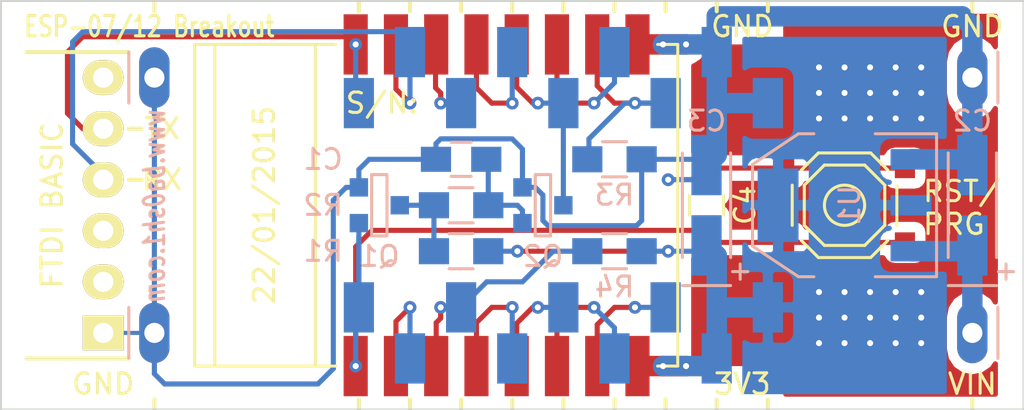
<source format=kicad_pcb>
(kicad_pcb (version 4) (host pcbnew "(2014-12-30 BZR 5343)-product")

  (general
    (links 52)
    (no_connects 0)
    (area 104.854829 118.059999 157.530001 138.480001)
    (thickness 1.6)
    (drawings 43)
    (tracks 249)
    (zones 0)
    (modules 16)
    (nets 23)
  )

  (page A4)
  (layers
    (0 F.Cu signal)
    (31 B.Cu signal)
    (32 B.Adhes user hide)
    (33 F.Adhes user hide)
    (34 B.Paste user hide)
    (35 F.Paste user hide)
    (36 B.SilkS user hide)
    (37 F.SilkS user)
    (38 B.Mask user hide)
    (39 F.Mask user)
    (40 Dwgs.User user hide)
    (41 Cmts.User user hide)
    (42 Eco1.User user hide)
    (43 Eco2.User user hide)
    (44 Edge.Cuts user)
    (45 Margin user hide)
    (46 B.CrtYd user hide)
    (47 F.CrtYd user hide)
    (48 B.Fab user hide)
    (49 F.Fab user hide)
  )

  (setup
    (last_trace_width 0.508)
    (user_trace_width 0.1524)
    (user_trace_width 0.1524)
    (user_trace_width 0.254)
    (user_trace_width 0.381)
    (user_trace_width 0.508)
    (user_trace_width 1.016)
    (user_trace_width 1.27)
    (user_trace_width 1.524)
    (trace_clearance 0.1524)
    (zone_clearance 0.508)
    (zone_45_only no)
    (trace_min 0.1524)
    (segment_width 0.2)
    (edge_width 0.1)
    (via_size 0.635)
    (via_drill 0.3)
    (via_min_size 0.635)
    (via_min_drill 0.3)
    (user_via 0.635 0)
    (user_via 0.7366 0)
    (user_via 0.8382 0)
    (uvia_size 0.508)
    (uvia_drill 0.127)
    (uvias_allowed no)
    (uvia_min_size 0.508)
    (uvia_min_drill 0.127)
    (pcb_text_width 0.3)
    (pcb_text_size 1.5 1.5)
    (mod_edge_width 0.15)
    (mod_text_size 1 1)
    (mod_text_width 0.15)
    (pad_size 1.7272 2.032)
    (pad_drill 1)
    (pad_to_mask_clearance 0.1)
    (aux_axis_origin 106.68 138.43)
    (grid_origin 106.68 138.43)
    (visible_elements 7FFFF729)
    (pcbplotparams
      (layerselection 0x010f0_80000001)
      (usegerberextensions true)
      (excludeedgelayer true)
      (linewidth 0.152400)
      (plotframeref false)
      (viasonmask false)
      (mode 1)
      (useauxorigin true)
      (hpglpennumber 1)
      (hpglpenspeed 20)
      (hpglpendiameter 15)
      (hpglpenoverlay 2)
      (psnegative false)
      (psa4output false)
      (plotreference true)
      (plotvalue true)
      (plotinvisibletext false)
      (padsonsilk false)
      (subtractmaskfromsilk false)
      (outputformat 1)
      (mirror false)
      (drillshape 0)
      (scaleselection 1)
      (outputdirectory gerber))
  )

  (net 0 "")
  (net 1 "Net-(C1-Pad1)")
  (net 2 GND)
  (net 3 +5V)
  (net 4 +3V3)
  (net 5 /CTS)
  (net 6 /V+)
  (net 7 /TXO)
  (net 8 /RXI)
  (net 9 /DTR)
  (net 10 /RESET)
  (net 11 "Net-(Q1-PadD)")
  (net 12 /GPIO0)
  (net 13 "Net-(M1-Pad10)")
  (net 14 "Net-(M1-Pad3)")
  (net 15 "Net-(M1-Pad2)")
  (net 16 "Net-(M1-Pad4)")
  (net 17 "Net-(M1-Pad5)")
  (net 18 "Net-(M1-Pad6)")
  (net 19 "Net-(M1-Pad7)")
  (net 20 "Net-(M1-Pad13)")
  (net 21 "Net-(M1-Pad14)")
  (net 22 "Net-(M1-Pad11)")

  (net_class Default "This is the default net class."
    (clearance 0.1524)
    (trace_width 0.2032)
    (via_dia 0.635)
    (via_drill 0.3)
    (uvia_dia 0.508)
    (uvia_drill 0.127)
    (add_net +3V3)
    (add_net +5V)
    (add_net /CTS)
    (add_net /DTR)
    (add_net /GPIO0)
    (add_net /RESET)
    (add_net /RXI)
    (add_net /TXO)
    (add_net /V+)
    (add_net GND)
    (add_net "Net-(C1-Pad1)")
    (add_net "Net-(M1-Pad10)")
    (add_net "Net-(M1-Pad11)")
    (add_net "Net-(M1-Pad13)")
    (add_net "Net-(M1-Pad14)")
    (add_net "Net-(M1-Pad2)")
    (add_net "Net-(M1-Pad3)")
    (add_net "Net-(M1-Pad4)")
    (add_net "Net-(M1-Pad5)")
    (add_net "Net-(M1-Pad6)")
    (add_net "Net-(M1-Pad7)")
    (add_net "Net-(Q1-PadD)")
  )

  (module Capacitors_Tantalum_SMD:TantalC_SizeA_EIA-3216_HandSoldering (layer B.Cu) (tedit 54B2028E) (tstamp 54AD520E)
    (at 154.94 128.27 90)
    (descr "Tantal Cap. , Size A, EIA-3216, Hand Soldering,")
    (tags "Tantal Cap. , Size A, EIA-3216, Hand Soldering,")
    (path /54AD50D3)
    (attr smd)
    (fp_text reference C2 (at 4.191 0 180) (layer B.SilkS)
      (effects (font (size 1 1) (thickness 0.15)) (justify mirror))
    )
    (fp_text value 4u7 (at 0 0 90) (layer B.SilkS) hide
      (effects (font (size 0.254 0.254) (thickness 0.0254)) (justify mirror))
    )
    (fp_text user + (at -3.3 1.6 90) (layer B.SilkS)
      (effects (font (size 1 1) (thickness 0.15)) (justify mirror))
    )
    (fp_line (start -2.60096 -1.19888) (end 2.60096 -1.19888) (layer B.SilkS) (width 0.15))
    (fp_line (start 2.60096 1.19888) (end -2.60096 1.19888) (layer B.SilkS) (width 0.15))
    (fp_line (start -3.99542 1.19888) (end -3.99542 -1.19888) (layer B.SilkS) (width 0.15))
    (pad 2 smd rect (at 1.99898 0 90) (size 2.99974 1.50114) (layers B.Cu B.Paste B.Mask)
      (net 2 GND))
    (pad 1 smd rect (at -1.99898 0 90) (size 2.99974 1.50114) (layers B.Cu B.Paste B.Mask)
      (net 3 +5V))
    (model Capacitors_Tantalum_SMD/TantalC_SizeA_EIA-3216_HandSoldering.wrl
      (at (xyz 0 0 0))
      (scale (xyz 1 1 1))
      (rotate (xyz 0 0 180))
    )
  )

  (module Pin_Headers:Pin_Header_Angled_1x06 (layer F.Cu) (tedit 54C11447) (tstamp 54B1F246)
    (at 111.76 128.27 90)
    (descr "Through hole pin header")
    (tags "pin header")
    (path /54AD3CB0)
    (fp_text reference P1 (at 0 -3.81 90) (layer F.SilkS) hide
      (effects (font (size 1 1) (thickness 0.15)))
    )
    (fp_text value "FTDI BASIC" (at 0 -2.54 90) (layer F.SilkS)
      (effects (font (size 1.016 1.016) (thickness 0.1524)))
    )
    (pad 1 thru_hole rect (at -6.35 0 90) (size 1.7272 2.032) (drill 1) (layers *.Cu *.Mask F.SilkS)
      (net 2 GND))
    (pad 2 thru_hole oval (at -3.81 0 90) (size 1.7272 2.032) (drill 1) (layers *.Cu *.Mask F.SilkS)
      (net 5 /CTS))
    (pad 3 thru_hole oval (at -1.27 0 90) (size 1.7272 2.032) (drill 1) (layers *.Cu *.Mask F.SilkS)
      (net 6 /V+))
    (pad 4 thru_hole oval (at 1.27 0 90) (size 1.7272 2.032) (drill 1) (layers *.Cu *.Mask F.SilkS)
      (net 7 /TXO))
    (pad 5 thru_hole oval (at 3.81 0 90) (size 1.7272 2.032) (drill 1) (layers *.Cu *.Mask F.SilkS)
      (net 8 /RXI))
    (pad 6 thru_hole oval (at 6.35 0 90) (size 1.7272 2.032) (drill 1) (layers *.Cu *.Mask F.SilkS)
      (net 9 /DTR))
    (model Pin_Headers/Pin_Header_Angled_1x06.wrl
      (at (xyz 0 0 0))
      (scale (xyz 1 1 1))
      (rotate (xyz 0 0 0))
    )
  )

  (module Capacitors_Tantalum_SMD:TantalC_SizeA_EIA-3216_HandSoldering (layer B.Cu) (tedit 54B1473A) (tstamp 54AD5214)
    (at 141.732 128.27 90)
    (descr "Tantal Cap. , Size A, EIA-3216, Hand Soldering,")
    (tags "Tantal Cap. , Size A, EIA-3216, Hand Soldering,")
    (path /54AD5071)
    (attr smd)
    (fp_text reference C3 (at 4.191 0 180) (layer B.SilkS)
      (effects (font (size 1 1) (thickness 0.15)) (justify mirror))
    )
    (fp_text value 10u (at 0 0 90) (layer B.SilkS) hide
      (effects (font (size 0.254 0.254) (thickness 0.0254)) (justify mirror))
    )
    (fp_text user + (at -3.3 1.6 90) (layer B.SilkS)
      (effects (font (size 1 1) (thickness 0.15)) (justify mirror))
    )
    (fp_line (start -2.60096 -1.19888) (end 2.60096 -1.19888) (layer B.SilkS) (width 0.15))
    (fp_line (start 2.60096 1.19888) (end -2.60096 1.19888) (layer B.SilkS) (width 0.15))
    (fp_line (start -3.99542 1.19888) (end -3.99542 -1.19888) (layer B.SilkS) (width 0.15))
    (pad 2 smd rect (at 1.99898 0 90) (size 2.99974 1.50114) (layers B.Cu B.Paste B.Mask)
      (net 2 GND))
    (pad 1 smd rect (at -1.99898 0 90) (size 2.99974 1.50114) (layers B.Cu B.Paste B.Mask)
      (net 4 +3V3))
    (model Capacitors_Tantalum_SMD/TantalC_SizeA_EIA-3216_HandSoldering.wrl
      (at (xyz 0 0 0))
      (scale (xyz 1 1 1))
      (rotate (xyz 0 0 180))
    )
  )

  (module ESP8266:ESP-07 (layer F.Cu) (tedit 54B145D5) (tstamp 54B12F19)
    (at 130.302 128.27)
    (path /54AAAAD0)
    (fp_text reference M1 (at 0 0) (layer F.SilkS) hide
      (effects (font (size 1 1) (thickness 0.15)))
    )
    (fp_text value ESP-07 (at -6.604 0 90) (layer F.SilkS) hide
      (effects (font (size 1.016 1.016) (thickness 0.1524)))
    )
    (fp_line (start -13 -8) (end -14 -8) (layer F.SilkS) (width 0.15))
    (fp_line (start -14 -8) (end -14 8) (layer F.SilkS) (width 0.15))
    (fp_line (start -14 8) (end -13 8) (layer F.SilkS) (width 0.15))
    (fp_line (start -8 -8) (end -8 8) (layer F.SilkS) (width 0.15))
    (fp_line (start -7 8) (end -13 8) (layer F.SilkS) (width 0.15))
    (fp_line (start -13 8) (end -13 -8) (layer F.SilkS) (width 0.15))
    (fp_line (start -13 -8) (end -7 -8) (layer F.SilkS) (width 0.15))
    (fp_line (start 9 8) (end 10 8) (layer F.SilkS) (width 0.15))
    (fp_line (start 10 8) (end 10 -8) (layer F.SilkS) (width 0.15))
    (fp_line (start 10 -8) (end 9 -8) (layer F.SilkS) (width 0.15))
    (pad 1 smd rect (at -6 8) (size 1.2 3) (layers F.Cu F.Paste F.Mask)
      (net 10 /RESET))
    (pad 2 smd rect (at -4 8) (size 1.2 3) (layers F.Cu F.Paste F.Mask)
      (net 15 "Net-(M1-Pad2)"))
    (pad 3 smd rect (at -2 8) (size 1.2 3) (layers F.Cu F.Paste F.Mask)
      (net 14 "Net-(M1-Pad3)"))
    (pad 4 smd rect (at 0 8) (size 1.2 3) (layers F.Cu F.Paste F.Mask)
      (net 16 "Net-(M1-Pad4)"))
    (pad 5 smd rect (at 2 8) (size 1.2 3) (layers F.Cu F.Paste F.Mask)
      (net 17 "Net-(M1-Pad5)"))
    (pad 6 smd rect (at 4 8) (size 1.2 3) (layers F.Cu F.Paste F.Mask)
      (net 18 "Net-(M1-Pad6)"))
    (pad 7 smd rect (at 6 8) (size 1.2 3) (layers F.Cu F.Paste F.Mask)
      (net 19 "Net-(M1-Pad7)"))
    (pad 8 smd rect (at 8 8) (size 1.2 3) (layers F.Cu F.Paste F.Mask)
      (net 4 +3V3))
    (pad 9 smd rect (at 8 -8) (size 1.2 3) (layers F.Cu F.Paste F.Mask)
      (net 2 GND))
    (pad 10 smd rect (at 6 -8) (size 1.2 3) (layers F.Cu F.Paste F.Mask)
      (net 13 "Net-(M1-Pad10)"))
    (pad 12 smd rect (at 2 -8) (size 1.2 3) (layers F.Cu F.Paste F.Mask)
      (net 12 /GPIO0))
    (pad 13 smd rect (at 0 -8) (size 1.2 3) (layers F.Cu F.Paste F.Mask)
      (net 20 "Net-(M1-Pad13)"))
    (pad 14 smd rect (at -2 -8) (size 1.2 3) (layers F.Cu F.Paste F.Mask)
      (net 21 "Net-(M1-Pad14)"))
    (pad 15 smd rect (at -4 -8) (size 1.2 3) (layers F.Cu F.Paste F.Mask)
      (net 7 /TXO))
    (pad 16 smd rect (at -6 -8) (size 1.2 3) (layers F.Cu F.Paste F.Mask)
      (net 8 /RXI))
    (pad 11 smd rect (at 4 -8) (size 1.2 3) (layers F.Cu F.Paste F.Mask)
      (net 22 "Net-(M1-Pad11)"))
  )

  (module Breakout:SMD-PINHEADER-11B (layer B.Cu) (tedit 54B13091) (tstamp 54B12F45)
    (at 114.3 134.62)
    (path /54AE7843)
    (attr virtual)
    (fp_text reference P3 (at 0 -2.54) (layer B.SilkS) hide
      (effects (font (size 1.016 1.016) (thickness 0.1524)) (justify mirror))
    )
    (fp_text value CONN_01X11 (at 2.54 0) (layer B.SilkS) hide
      (effects (font (size 0.254 0.254) (thickness 0.0254)) (justify mirror))
    )
    (fp_line (start 41.91 1.27) (end 41.91 -1.27) (layer B.SilkS) (width 0.15))
    (fp_line (start -1.27 1.27) (end -1.27 -1.27) (layer B.SilkS) (width 0.15))
    (pad 11 thru_hole oval (at 40.64 0) (size 1.50622 3.01498) (drill 0.99822) (layers *.Cu *.Mask)
      (net 3 +5V))
    (pad 1 thru_hole oval (at 0 0) (size 1.5 3) (drill 1) (layers *.Cu *.Mask)
      (net 2 GND))
    (pad 2 smd rect (at 10.16 -1.27) (size 1.5 2.5) (layers B.Cu B.Paste B.Mask)
      (net 10 /RESET))
    (pad 3 smd rect (at 12.7 1.27) (size 1.5 2.5) (layers B.Cu B.Paste B.Mask)
      (net 15 "Net-(M1-Pad2)"))
    (pad 4 smd rect (at 15.24 -1.27) (size 1.5 2.5) (layers B.Cu B.Paste B.Mask)
      (net 14 "Net-(M1-Pad3)"))
    (pad 5 smd rect (at 17.78 1.27) (size 1.5 2.5) (layers B.Cu B.Paste B.Mask)
      (net 16 "Net-(M1-Pad4)"))
    (pad 6 smd rect (at 20.32 -1.27) (size 1.5 2.5) (layers B.Cu B.Paste B.Mask)
      (net 17 "Net-(M1-Pad5)"))
    (pad 7 smd rect (at 22.86 1.27) (size 1.5 2.5) (layers B.Cu B.Paste B.Mask)
      (net 18 "Net-(M1-Pad6)"))
    (pad 8 smd rect (at 25.4 -1.27) (size 1.5 2.5) (layers B.Cu B.Paste B.Mask)
      (net 19 "Net-(M1-Pad7)"))
    (pad 9 smd rect (at 27.94 1.27) (size 1.5 2.5) (layers B.Cu B.Paste B.Mask)
      (net 4 +3V3))
    (pad 10 smd rect (at 30.48 -1.27) (size 1.5 2.5) (layers B.Cu B.Paste B.Mask)
      (net 4 +3V3))
  )

  (module Breakout:SMD-PINHEADER-11A (layer B.Cu) (tedit 54B1304B) (tstamp 54B12F2F)
    (at 114.3 121.92)
    (path /54AE7D67)
    (attr virtual)
    (fp_text reference P2 (at 0 2.54) (layer B.SilkS) hide
      (effects (font (size 1.016 1.016) (thickness 0.1524)) (justify mirror))
    )
    (fp_text value CONN_01X11 (at 2.54 0) (layer B.SilkS) hide
      (effects (font (size 0.254 0.254) (thickness 0.0254)) (justify mirror))
    )
    (fp_line (start 41.91 1.27) (end 41.91 -1.27) (layer B.SilkS) (width 0.15))
    (fp_line (start -1.27 1.27) (end -1.27 -1.27) (layer B.SilkS) (width 0.15))
    (pad 11 thru_hole oval (at 40.64 0) (size 1.50622 3.01498) (drill 0.99822) (layers *.Cu *.Mask)
      (net 2 GND))
    (pad 1 thru_hole oval (at 0 0) (size 1.50622 3.01498) (drill 0.99822) (layers *.Cu *.Mask)
      (net 2 GND))
    (pad 2 smd rect (at 10.16 1.27) (size 1.5 2.5) (layers B.Cu B.Paste B.Mask)
      (net 8 /RXI))
    (pad 3 smd rect (at 12.7 -1.27) (size 1.5 2.5) (layers B.Cu B.Paste B.Mask)
      (net 7 /TXO))
    (pad 4 smd rect (at 15.24 1.27) (size 1.5 2.5) (layers B.Cu B.Paste B.Mask)
      (net 21 "Net-(M1-Pad14)"))
    (pad 5 smd rect (at 17.78 -1.27) (size 1.5 2.5) (layers B.Cu B.Paste B.Mask)
      (net 20 "Net-(M1-Pad13)"))
    (pad 6 smd rect (at 20.32 1.27) (size 1.5 2.5) (layers B.Cu B.Paste B.Mask)
      (net 12 /GPIO0))
    (pad 7 smd rect (at 22.86 -1.27) (size 1.5 2.5) (layers B.Cu B.Paste B.Mask)
      (net 22 "Net-(M1-Pad11)"))
    (pad 8 smd rect (at 25.4 1.27) (size 1.5 2.5) (layers B.Cu B.Paste B.Mask)
      (net 13 "Net-(M1-Pad10)"))
    (pad 9 smd rect (at 27.94 -1.27) (size 1.5 2.5) (layers B.Cu B.Paste B.Mask)
      (net 2 GND))
    (pad 10 smd rect (at 30.48 1.27) (size 1.5 2.5) (layers B.Cu B.Paste B.Mask)
      (net 2 GND))
  )

  (module Switch:PUSH_4x4_SMD (layer F.Cu) (tedit 54B09F63) (tstamp 54AE9056)
    (at 148.59 128.27)
    (descr "Pushbutton, 4x4, SMD")
    (path /54AD3C67)
    (autoplace_cost180 10)
    (fp_text reference SW1 (at 0 -3.59918) (layer F.SilkS) hide
      (effects (font (size 1.016 1.016) (thickness 0.1524)))
    )
    (fp_text value SW_PUSH (at 0 0) (layer F.SilkS) hide
      (effects (font (size 0.254 0.254) (thickness 0.0254)))
    )
    (fp_line (start -2.6 -1) (end -2.6 1) (layer F.SilkS) (width 0.1524))
    (fp_line (start 2.6 1) (end 2.6 -0.95) (layer F.SilkS) (width 0.1524))
    (fp_line (start 1.3 2.6) (end 2.15 1.75) (layer F.SilkS) (width 0.1524))
    (fp_line (start -1.3 2.6) (end -2.15 1.75) (layer F.SilkS) (width 0.1524))
    (fp_line (start 1.3 -2.6) (end 2.15 -1.75) (layer F.SilkS) (width 0.1524))
    (fp_line (start -1.3 -2.6) (end -2.15 -1.75) (layer F.SilkS) (width 0.1524))
    (fp_line (start -1.99898 1.00076) (end -1.00076 1.99898) (layer F.SilkS) (width 0.1524))
    (fp_line (start -1.00076 1.99898) (end 1.00076 1.99898) (layer F.SilkS) (width 0.1524))
    (fp_line (start 1.00076 1.99898) (end 1.99898 1.00076) (layer F.SilkS) (width 0.1524))
    (fp_line (start 1.99898 1.00076) (end 1.99898 -1.00076) (layer F.SilkS) (width 0.1524))
    (fp_line (start 1.99898 -1.00076) (end 1.00076 -1.99898) (layer F.SilkS) (width 0.1524))
    (fp_line (start 1.00076 -1.99898) (end -1.00076 -1.99898) (layer F.SilkS) (width 0.1524))
    (fp_line (start -1.00076 -1.99898) (end -1.99898 -1.00076) (layer F.SilkS) (width 0.1524))
    (fp_line (start -1.99898 -1.00076) (end -1.99898 1.00076) (layer F.SilkS) (width 0.1524))
    (fp_line (start -1.30048 2.60096) (end 1.30048 2.60096) (layer F.SilkS) (width 0.1524))
    (fp_line (start 1.30048 -2.60096) (end -1.30048 -2.60096) (layer F.SilkS) (width 0.1524))
    (fp_circle (center 0 0) (end -1.00076 0) (layer F.SilkS) (width 0.1524))
    (pad 1 smd rect (at -2.99974 -1.84912) (size 1.00076 1.00076) (layers F.Cu F.Paste F.Mask)
      (net 2 GND))
    (pad 2 smd rect (at 2.99974 1.84912) (size 1.00076 1.00076) (layers F.Cu F.Paste F.Mask)
      (net 10 /RESET))
    (pad 2 smd rect (at -2.99974 1.84912) (size 1.00076 1.00076) (layers F.Cu F.Paste F.Mask)
      (net 10 /RESET))
    (pad 1 smd rect (at 2.99974 -1.84912) (size 1.00076 1.00076) (layers F.Cu F.Paste F.Mask)
      (net 2 GND))
    (model D:/Workspace/KiCad/modules/packages3d/PUSH_4x4_SMD.wrl
      (at (xyz 0 0 0))
      (scale (xyz 1 1 1))
      (rotate (xyz 0 0 0))
    )
  )

  (module SMD_Packages:SOT-223 (layer B.Cu) (tedit 54B2011B) (tstamp 54B14C77)
    (at 148.59 128.27 270)
    (descr "module CMS SOT223 4 pins")
    (tags "CMS SOT")
    (path /54AD4F12)
    (attr smd)
    (fp_text reference U1 (at 0 -0.254 270) (layer B.SilkS)
      (effects (font (size 1 1) (thickness 0.15)) (justify mirror))
    )
    (fp_text value 1117-3.3 (at 0 -0.762 270) (layer B.SilkS) hide
      (effects (font (size 0.254 0.254) (thickness 0.0254)) (justify mirror))
    )
    (fp_line (start -3.556 -1.524) (end -3.556 -4.572) (layer B.SilkS) (width 0.15))
    (fp_line (start -3.556 -4.572) (end 3.556 -4.572) (layer B.SilkS) (width 0.15))
    (fp_line (start 3.556 -4.572) (end 3.556 -1.524) (layer B.SilkS) (width 0.15))
    (fp_line (start -3.556 1.524) (end -3.556 2.286) (layer B.SilkS) (width 0.15))
    (fp_line (start -3.556 2.286) (end -2.032 4.572) (layer B.SilkS) (width 0.15))
    (fp_line (start -2.032 4.572) (end 2.032 4.572) (layer B.SilkS) (width 0.15))
    (fp_line (start 2.032 4.572) (end 3.556 2.286) (layer B.SilkS) (width 0.15))
    (fp_line (start 3.556 2.286) (end 3.556 1.524) (layer B.SilkS) (width 0.15))
    (pad 2 smd rect (at 0 3.302 270) (size 3.6576 2.032) (layers B.Cu B.Paste B.Mask)
      (net 4 +3V3))
    (pad 2 smd rect (at 0 -3.302 270) (size 1.016 2.032) (layers B.Cu B.Paste B.Mask)
      (net 4 +3V3))
    (pad 3 smd rect (at 2.286 -3.302 270) (size 1.016 2.032) (layers B.Cu B.Paste B.Mask)
      (net 3 +5V))
    (pad 1 smd rect (at -2.286 -3.302 270) (size 1.016 2.032) (layers B.Cu B.Paste B.Mask)
      (net 2 GND))
    (model SMD_Packages/SOT-223.wrl
      (at (xyz 0 0 0))
      (scale (xyz 0.4 0.4 0.4))
      (rotate (xyz 0 0 0))
    )
  )

  (module Capacitors_SMD:C_0805_HandSoldering (layer B.Cu) (tedit 54B146A4) (tstamp 54AE96B8)
    (at 129.54 125.984 180)
    (descr "Capacitor SMD 0805, hand soldering")
    (tags "capacitor 0805")
    (path /54AD3E65)
    (attr smd)
    (fp_text reference C1 (at 6.858 0 180) (layer B.SilkS)
      (effects (font (size 1 1) (thickness 0.15)) (justify mirror))
    )
    (fp_text value 2u2 (at 0 0 450) (layer B.SilkS) hide
      (effects (font (size 0.254 0.254) (thickness 0.0254)) (justify mirror))
    )
    (fp_line (start -2.3 1) (end 2.3 1) (layer B.CrtYd) (width 0.05))
    (fp_line (start -2.3 -1) (end 2.3 -1) (layer B.CrtYd) (width 0.05))
    (fp_line (start -2.3 1) (end -2.3 -1) (layer B.CrtYd) (width 0.05))
    (fp_line (start 2.3 1) (end 2.3 -1) (layer B.CrtYd) (width 0.05))
    (fp_line (start 0.5 0.85) (end -0.5 0.85) (layer B.SilkS) (width 0.15))
    (fp_line (start -0.5 -0.85) (end 0.5 -0.85) (layer B.SilkS) (width 0.15))
    (pad 1 smd rect (at -1.25 0 180) (size 1.5 1.25) (layers B.Cu B.Paste B.Mask)
      (net 1 "Net-(C1-Pad1)"))
    (pad 2 smd rect (at 1.25 0 180) (size 1.5 1.25) (layers B.Cu B.Paste B.Mask)
      (net 2 GND))
    (model Capacitors_SMD/C_0805_HandSoldering.wrl
      (at (xyz 0 0 0))
      (scale (xyz 1 1 1))
      (rotate (xyz 0 0 0))
    )
  )

  (module SMD_Packages:SOT-23-GDS (layer B.Cu) (tedit 54B14BC8) (tstamp 54B14682)
    (at 125.476 128.27 270)
    (descr "Module CMS SOT23 Transistore EBC")
    (tags "CMS SOT")
    (path /54AD3D9E)
    (attr smd)
    (fp_text reference Q1 (at 2.54 0 540) (layer B.SilkS)
      (effects (font (size 1 1) (thickness 0.15)) (justify mirror))
    )
    (fp_text value BSS138 (at 0 0 270) (layer B.SilkS) hide
      (effects (font (size 0.254 0.254) (thickness 0.0254)) (justify mirror))
    )
    (fp_line (start -1.524 0.381) (end 1.524 0.381) (layer B.SilkS) (width 0.15))
    (fp_line (start 1.524 0.381) (end 1.524 -0.381) (layer B.SilkS) (width 0.15))
    (fp_line (start 1.524 -0.381) (end -1.524 -0.381) (layer B.SilkS) (width 0.15))
    (fp_line (start -1.524 -0.381) (end -1.524 0.381) (layer B.SilkS) (width 0.15))
    (pad S smd rect (at -0.889 1.016 270) (size 0.9144 0.9144) (layers B.Cu B.Paste B.Mask)
      (net 2 GND))
    (pad G smd rect (at 0.889 1.016 270) (size 0.9144 0.9144) (layers B.Cu B.Paste B.Mask)
      (net 10 /RESET))
    (pad D smd rect (at 0 -1.016 270) (size 0.9144 0.9144) (layers B.Cu B.Paste B.Mask)
      (net 11 "Net-(Q1-PadD)"))
    (model SMD_Packages/SOT-23-GDS.wrl
      (at (xyz 0 0 0))
      (scale (xyz 0.13 0.15 0.15))
      (rotate (xyz 0 0 0))
    )
  )

  (module SMD_Packages:SOT-23-GDS (layer B.Cu) (tedit 54B14BCE) (tstamp 54AEA54D)
    (at 133.604 128.27 270)
    (descr "Module CMS SOT23 Transistore EBC")
    (tags "CMS SOT")
    (path /54AD3C30)
    (attr smd)
    (fp_text reference Q2 (at 2.54 0 540) (layer B.SilkS)
      (effects (font (size 1 1) (thickness 0.15)) (justify mirror))
    )
    (fp_text value BSS138 (at 0 0 270) (layer B.SilkS) hide
      (effects (font (size 0.254 0.254) (thickness 0.0254)) (justify mirror))
    )
    (fp_line (start -1.524 0.381) (end 1.524 0.381) (layer B.SilkS) (width 0.15))
    (fp_line (start 1.524 0.381) (end 1.524 -0.381) (layer B.SilkS) (width 0.15))
    (fp_line (start 1.524 -0.381) (end -1.524 -0.381) (layer B.SilkS) (width 0.15))
    (fp_line (start -1.524 -0.381) (end -1.524 0.381) (layer B.SilkS) (width 0.15))
    (pad S smd rect (at -0.889 1.016 270) (size 0.9144 0.9144) (layers B.Cu B.Paste B.Mask)
      (net 2 GND))
    (pad G smd rect (at 0.889 1.016 270) (size 0.9144 0.9144) (layers B.Cu B.Paste B.Mask)
      (net 1 "Net-(C1-Pad1)"))
    (pad D smd rect (at 0 -1.016 270) (size 0.9144 0.9144) (layers B.Cu B.Paste B.Mask)
      (net 12 /GPIO0))
    (model SMD_Packages/SOT-23-GDS.wrl
      (at (xyz 0 0 0))
      (scale (xyz 0.13 0.15 0.15))
      (rotate (xyz 0 0 0))
    )
  )

  (module Resistors_SMD:R_0805_HandSoldering (layer B.Cu) (tedit 54B1469F) (tstamp 54AE96C5)
    (at 129.54 130.556 180)
    (descr "Resistor SMD 0805, hand soldering")
    (tags "resistor 0805")
    (path /54AD3DBC)
    (attr smd)
    (fp_text reference R1 (at 6.858 0 360) (layer B.SilkS)
      (effects (font (size 1 1) (thickness 0.15)) (justify mirror))
    )
    (fp_text value 470K (at 0 0 450) (layer B.SilkS) hide
      (effects (font (size 0.254 0.254) (thickness 0.0254)) (justify mirror))
    )
    (fp_line (start -2.4 1) (end 2.4 1) (layer B.CrtYd) (width 0.05))
    (fp_line (start -2.4 -1) (end 2.4 -1) (layer B.CrtYd) (width 0.05))
    (fp_line (start -2.4 1) (end -2.4 -1) (layer B.CrtYd) (width 0.05))
    (fp_line (start 2.4 1) (end 2.4 -1) (layer B.CrtYd) (width 0.05))
    (fp_line (start 0.6 -0.875) (end -0.6 -0.875) (layer B.SilkS) (width 0.15))
    (fp_line (start -0.6 0.875) (end 0.6 0.875) (layer B.SilkS) (width 0.15))
    (pad 1 smd rect (at -1.35 0 180) (size 1.5 1.3) (layers B.Cu B.Paste B.Mask)
      (net 4 +3V3))
    (pad 2 smd rect (at 1.35 0 180) (size 1.5 1.3) (layers B.Cu B.Paste B.Mask)
      (net 11 "Net-(Q1-PadD)"))
    (model Resistors_SMD/R_0805_HandSoldering.wrl
      (at (xyz 0 0 0))
      (scale (xyz 1 1 1))
      (rotate (xyz 0 0 0))
    )
  )

  (module Resistors_SMD:R_0805_HandSoldering (layer B.Cu) (tedit 54B1469A) (tstamp 54AD5238)
    (at 129.54 128.27 180)
    (descr "Resistor SMD 0805, hand soldering")
    (tags "resistor 0805")
    (path /54AD417F)
    (attr smd)
    (fp_text reference R2 (at 6.858 0 180) (layer B.SilkS)
      (effects (font (size 1 1) (thickness 0.15)) (justify mirror))
    )
    (fp_text value 100K (at 0 0 180) (layer B.SilkS) hide
      (effects (font (size 0.254 0.254) (thickness 0.0254)) (justify mirror))
    )
    (fp_line (start -2.4 1) (end 2.4 1) (layer B.CrtYd) (width 0.05))
    (fp_line (start -2.4 -1) (end 2.4 -1) (layer B.CrtYd) (width 0.05))
    (fp_line (start -2.4 1) (end -2.4 -1) (layer B.CrtYd) (width 0.05))
    (fp_line (start 2.4 1) (end 2.4 -1) (layer B.CrtYd) (width 0.05))
    (fp_line (start 0.6 -0.875) (end -0.6 -0.875) (layer B.SilkS) (width 0.15))
    (fp_line (start -0.6 0.875) (end 0.6 0.875) (layer B.SilkS) (width 0.15))
    (pad 1 smd rect (at -1.35 0 180) (size 1.5 1.3) (layers B.Cu B.Paste B.Mask)
      (net 1 "Net-(C1-Pad1)"))
    (pad 2 smd rect (at 1.35 0 180) (size 1.5 1.3) (layers B.Cu B.Paste B.Mask)
      (net 11 "Net-(Q1-PadD)"))
    (model Resistors_SMD/R_0805_HandSoldering.wrl
      (at (xyz 0 0 0))
      (scale (xyz 1 1 1))
      (rotate (xyz 0 0 0))
    )
  )

  (module Resistors_SMD:R_0805_HandSoldering (layer B.Cu) (tedit 54B0A21E) (tstamp 54AD523E)
    (at 137.16 125.984 180)
    (descr "Resistor SMD 0805, hand soldering")
    (tags "resistor 0805")
    (path /54AD7C25)
    (attr smd)
    (fp_text reference R3 (at 0 -1.778 180) (layer B.SilkS)
      (effects (font (size 1 1) (thickness 0.15)) (justify mirror))
    )
    (fp_text value 10K (at 0 0 180) (layer B.SilkS) hide
      (effects (font (size 0.254 0.254) (thickness 0.0254)) (justify mirror))
    )
    (fp_line (start -2.4 1) (end 2.4 1) (layer B.CrtYd) (width 0.05))
    (fp_line (start -2.4 -1) (end 2.4 -1) (layer B.CrtYd) (width 0.05))
    (fp_line (start -2.4 1) (end -2.4 -1) (layer B.CrtYd) (width 0.05))
    (fp_line (start 2.4 1) (end 2.4 -1) (layer B.CrtYd) (width 0.05))
    (fp_line (start 0.6 -0.875) (end -0.6 -0.875) (layer B.SilkS) (width 0.15))
    (fp_line (start -0.6 0.875) (end 0.6 0.875) (layer B.SilkS) (width 0.15))
    (pad 1 smd rect (at -1.35 0 180) (size 1.5 1.3) (layers B.Cu B.Paste B.Mask)
      (net 2 GND))
    (pad 2 smd rect (at 1.35 0 180) (size 1.5 1.3) (layers B.Cu B.Paste B.Mask)
      (net 13 "Net-(M1-Pad10)"))
    (model Resistors_SMD/R_0805_HandSoldering.wrl
      (at (xyz 0 0 0))
      (scale (xyz 1 1 1))
      (rotate (xyz 0 0 0))
    )
  )

  (module Resistors_SMD:R_0805_HandSoldering (layer B.Cu) (tedit 54B0A223) (tstamp 54AD5244)
    (at 137.16 130.556)
    (descr "Resistor SMD 0805, hand soldering")
    (tags "resistor 0805")
    (path /54AD84DF)
    (attr smd)
    (fp_text reference R4 (at 0 1.778) (layer B.SilkS)
      (effects (font (size 1 1) (thickness 0.15)) (justify mirror))
    )
    (fp_text value 47K (at 0 0) (layer B.SilkS) hide
      (effects (font (size 0.254 0.254) (thickness 0.0254)) (justify mirror))
    )
    (fp_line (start -2.4 1) (end 2.4 1) (layer B.CrtYd) (width 0.05))
    (fp_line (start -2.4 -1) (end 2.4 -1) (layer B.CrtYd) (width 0.05))
    (fp_line (start -2.4 1) (end -2.4 -1) (layer B.CrtYd) (width 0.05))
    (fp_line (start 2.4 1) (end 2.4 -1) (layer B.CrtYd) (width 0.05))
    (fp_line (start 0.6 -0.875) (end -0.6 -0.875) (layer B.SilkS) (width 0.15))
    (fp_line (start -0.6 0.875) (end 0.6 0.875) (layer B.SilkS) (width 0.15))
    (pad 1 smd rect (at -1.35 0) (size 1.5 1.3) (layers B.Cu B.Paste B.Mask)
      (net 14 "Net-(M1-Pad3)"))
    (pad 2 smd rect (at 1.35 0) (size 1.5 1.3) (layers B.Cu B.Paste B.Mask)
      (net 4 +3V3))
    (model Resistors_SMD/R_0805_HandSoldering.wrl
      (at (xyz 0 0 0))
      (scale (xyz 1 1 1))
      (rotate (xyz 0 0 0))
    )
  )

  (module Capacitors_SMD:C_0805_HandSoldering (layer F.Cu) (tedit 54B1F63D) (tstamp 54B0AE63)
    (at 141.732 128.27 90)
    (descr "Capacitor SMD 0805, hand soldering")
    (tags "capacitor 0805")
    (path /54AF2F9C)
    (attr smd)
    (fp_text reference C4 (at 0 1.905 270) (layer F.SilkS)
      (effects (font (size 1 1) (thickness 0.15)))
    )
    (fp_text value 0.1u (at 0 0.127 90) (layer F.SilkS) hide
      (effects (font (size 0.254 0.254) (thickness 0.0254)))
    )
    (fp_line (start -2.3 -1) (end 2.3 -1) (layer F.CrtYd) (width 0.05))
    (fp_line (start -2.3 1) (end 2.3 1) (layer F.CrtYd) (width 0.05))
    (fp_line (start -2.3 -1) (end -2.3 1) (layer F.CrtYd) (width 0.05))
    (fp_line (start 2.3 -1) (end 2.3 1) (layer F.CrtYd) (width 0.05))
    (fp_line (start 0.5 -0.85) (end -0.5 -0.85) (layer F.SilkS) (width 0.15))
    (fp_line (start -0.5 0.85) (end 0.5 0.85) (layer F.SilkS) (width 0.15))
    (pad 1 smd rect (at -1.25 0 90) (size 1.5 1.25) (layers F.Cu F.Paste F.Mask)
      (net 10 /RESET))
    (pad 2 smd rect (at 1.25 0 90) (size 1.5 1.25) (layers F.Cu F.Paste F.Mask)
      (net 2 GND))
    (model Capacitors_SMD/C_0805_HandSoldering.wrl
      (at (xyz 0 0 0))
      (scale (xyz 1 1 1))
      (rotate (xyz 0 0 0))
    )
  )

  (gr_line (start 154.94 118.618) (end 154.94 118.1735) (angle 90) (layer F.SilkS) (width 0.2))
  (gr_line (start 144.78 118.618) (end 144.78 118.1735) (angle 90) (layer F.SilkS) (width 0.2))
  (gr_line (start 142.24 118.618) (end 142.24 118.1735) (angle 90) (layer F.SilkS) (width 0.2))
  (gr_line (start 139.7 118.618) (end 139.7 118.1735) (angle 90) (layer F.SilkS) (width 0.2))
  (gr_line (start 137.16 118.618) (end 137.16 118.1735) (angle 90) (layer F.SilkS) (width 0.2))
  (gr_line (start 134.62 118.618) (end 134.62 118.1735) (angle 90) (layer F.SilkS) (width 0.2))
  (gr_line (start 132.08 118.618) (end 132.08 118.1735) (angle 90) (layer F.SilkS) (width 0.2))
  (gr_line (start 129.54 118.618) (end 129.54 118.1735) (angle 90) (layer F.SilkS) (width 0.2))
  (gr_line (start 127 118.618) (end 127 118.1735) (angle 90) (layer F.SilkS) (width 0.2))
  (gr_line (start 124.46 118.618) (end 124.46 118.1735) (angle 90) (layer F.SilkS) (width 0.2))
  (gr_line (start 114.3 118.618) (end 114.3 118.1735) (angle 90) (layer F.SilkS) (width 0.2))
  (gr_line (start 154.94 137.922) (end 154.94 138.3665) (angle 90) (layer F.SilkS) (width 0.2))
  (gr_line (start 144.78 137.922) (end 144.78 138.3665) (angle 90) (layer F.SilkS) (width 0.2))
  (gr_line (start 142.24 137.922) (end 142.24 138.3665) (angle 90) (layer F.SilkS) (width 0.2))
  (gr_line (start 139.7 137.922) (end 139.7 138.3665) (angle 90) (layer F.SilkS) (width 0.2))
  (gr_line (start 137.16 137.922) (end 137.16 138.3665) (angle 90) (layer F.SilkS) (width 0.2))
  (gr_line (start 134.62 137.922) (end 134.62 138.3665) (angle 90) (layer F.SilkS) (width 0.2))
  (gr_line (start 132.08 137.922) (end 132.08 138.3665) (angle 90) (layer F.SilkS) (width 0.2))
  (gr_line (start 129.54 137.922) (end 129.54 138.3665) (angle 90) (layer F.SilkS) (width 0.2))
  (gr_line (start 127 137.922) (end 127 138.3665) (angle 90) (layer F.SilkS) (width 0.2))
  (gr_line (start 124.46 137.922) (end 124.46 138.3665) (angle 90) (layer F.SilkS) (width 0.2))
  (gr_line (start 114.3 137.922) (end 114.3 138.3665) (angle 90) (layer F.SilkS) (width 0.2))
  (gr_text S/N: (at 125.603 123.19) (layer F.SilkS)
    (effects (font (size 1.016 1.016) (thickness 0.1524)))
  )
  (gr_line (start 113.03 127) (end 113.665 127) (angle 90) (layer F.SilkS) (width 0.2))
  (gr_line (start 113.03 124.46) (end 113.665 124.46) (angle 90) (layer F.SilkS) (width 0.2))
  (gr_line (start 113.157 124.46) (end 113.538 124.46) (angle 90) (layer B.Paste) (width 0.2))
  (gr_text "ESP-07/12 Breakout" (at 114.046 119.38) (layer F.SilkS)
    (effects (font (size 1.016 0.762) (thickness 0.1524)))
  )
  (gr_text "RST/\nPRG" (at 152.4 128.397) (layer F.SilkS)
    (effects (font (size 1.016 1.016) (thickness 0.1524)) (justify left))
  )
  (gr_text 22/01/2015 (at 119.761 128.27 90) (layer F.SilkS)
    (effects (font (size 1.016 1.016) (thickness 0.1524)))
  )
  (gr_text GND (at 143.51 119.38) (layer F.SilkS) (tstamp 54B1F99A)
    (effects (font (size 1.016 1.016) (thickness 0.1524)))
  )
  (gr_line (start 106.68 138.43) (end 157.48 138.43) (angle 90) (layer Edge.Cuts) (width 0.1))
  (gr_line (start 157.48 118.11) (end 106.68 118.11) (angle 90) (layer Edge.Cuts) (width 0.1))
  (gr_line (start 157.48 138.43) (end 157.48 118.11) (angle 90) (layer Edge.Cuts) (width 0.1))
  (gr_line (start 107.95 120.65) (end 113.03 120.65) (angle 90) (layer F.SilkS) (width 0.2))
  (gr_line (start 113.03 135.89) (end 107.95 135.89) (angle 90) (layer F.SilkS) (width 0.2))
  (gr_text TX (at 114.681 124.46) (layer F.SilkS)
    (effects (font (size 1.016 1.016) (thickness 0.1524)))
  )
  (gr_text RX (at 114.681 127) (layer F.SilkS)
    (effects (font (size 1.016 1.016) (thickness 0.1524)))
  )
  (gr_line (start 106.68 138.43) (end 106.68 118.11) (angle 90) (layer Edge.Cuts) (width 0.1))
  (gr_text GND (at 154.94 119.38) (layer F.SilkS) (tstamp 54B211C0)
    (effects (font (size 1.016 1.016) (thickness 0.1524)))
  )
  (gr_text VIN (at 154.94 137.16) (layer F.SilkS)
    (effects (font (size 1.016 1.016) (thickness 0.1524)))
  )
  (gr_text www.ba0sh1.com (at 114.3 128.27 90) (layer B.SilkS)
    (effects (font (size 1.016 0.762) (thickness 0.1524) italic) (justify mirror))
  )
  (gr_text 3V3 (at 143.51 137.16) (layer F.SilkS)
    (effects (font (size 1.016 1.016) (thickness 0.1524)))
  )
  (gr_text GND (at 111.76 137.16) (layer F.SilkS)
    (effects (font (size 1.016 1.016) (thickness 0.1524)))
  )

  (segment (start 130.89 126.084) (end 130.79 125.984) (width 0.254) (layer B.Cu) (net 1) (tstamp 54AEA7D5) (status 30))
  (segment (start 130.89 128.27) (end 130.89 126.084) (width 0.254) (layer B.Cu) (net 1) (status 10))
  (segment (start 132.588 128.524) (end 132.334 128.27) (width 0.254) (layer B.Cu) (net 1) (tstamp 54AEA7D8))
  (segment (start 132.334 128.27) (end 130.89 128.27) (width 0.254) (layer B.Cu) (net 1) (tstamp 54AEA7D9) (status 20))
  (segment (start 132.588 129.159) (end 132.588 128.524) (width 0.254) (layer B.Cu) (net 1))
  (segment (start 154.94 121.92) (end 154.94 126.27102) (width 1.016) (layer B.Cu) (net 2))
  (segment (start 114.3 134.62) (end 111.76 134.62) (width 0.2032) (layer B.Cu) (net 2))
  (segment (start 154.65298 125.984) (end 151.892 125.984) (width 1.016) (layer B.Cu) (net 2) (tstamp 54AEA1A8) (status 10))
  (segment (start 154.94 126.27102) (end 154.65298 125.984) (width 0.508) (layer B.Cu) (net 2) (status 30))
  (segment (start 141.44498 125.984) (end 141.732 126.27102) (width 0.254) (layer B.Cu) (net 2) (tstamp 54AEA8B5) (status 30))
  (segment (start 138.51 125.984) (end 141.44498 125.984) (width 0.254) (layer B.Cu) (net 2) (status 20))
  (segment (start 138.302 119.508) (end 138.302 120.27) (width 0.508) (layer F.Cu) (net 2) (tstamp 54AEAA73))
  (segment (start 142.24 123.19) (end 142.24 123.444) (width 1.016) (layer B.Cu) (net 2) (tstamp 54B09812))
  (segment (start 142.24 120.65) (end 142.24 123.444) (width 1.016) (layer B.Cu) (net 2) (status 10))
  (segment (start 144.78 123.19) (end 142.24 123.19) (width 1.016) (layer B.Cu) (net 2) (status 10))
  (segment (start 142.24 125.76302) (end 142.24 120.65) (width 1.016) (layer B.Cu) (net 2) (tstamp 54B0AECB) (status 20))
  (segment (start 141.732 126.27102) (end 142.24 125.76302) (width 1.016) (layer B.Cu) (net 2))
  (segment (start 141.00302 127) (end 141.732 126.27102) (width 0.254) (layer B.Cu) (net 2) (tstamp 54B12759))
  (segment (start 139.847 127.02) (end 139.827 127) (width 0.2032) (layer F.Cu) (net 2) (tstamp 54AF349A))
  (via (at 139.827 127) (size 0.635) (layers F.Cu B.Cu) (net 2))
  (segment (start 141.00302 127) (end 139.827 127) (width 0.254) (layer B.Cu) (net 2))
  (segment (start 142.33112 126.42088) (end 145.59026 126.42088) (width 0.254) (layer F.Cu) (net 2) (tstamp 54B12791) (status 10))
  (segment (start 141.732 127.02) (end 142.33112 126.42088) (width 0.254) (layer F.Cu) (net 2) (status 30))
  (segment (start 145.59026 126.42088) (end 151.58974 126.42088) (width 0.254) (layer F.Cu) (net 2) (status 30))
  (segment (start 141.712 127) (end 139.827 127) (width 0.254) (layer F.Cu) (net 2) (tstamp 54B127AE) (status 10))
  (segment (start 141.732 127.02) (end 141.712 127) (width 0.254) (layer F.Cu) (net 2) (status 30))
  (segment (start 142.24 118.872) (end 142.24 120.65) (width 1.016) (layer B.Cu) (net 2) (status 20))
  (segment (start 154.94 119.38) (end 154.432 118.872) (width 1.016) (layer B.Cu) (net 2) (tstamp 54AF3457))
  (segment (start 154.94 121.92) (end 154.94 119.38) (width 1.016) (layer B.Cu) (net 2) (status 10))
  (segment (start 154.432 118.872) (end 142.24 118.872) (width 1.016) (layer B.Cu) (net 2))
  (segment (start 139.573 120.269) (end 140.716 120.269) (width 1.016) (layer F.Cu) (net 2) (tstamp 54B12CC2))
  (segment (start 138.303 120.269) (end 139.573 120.269) (width 1.016) (layer F.Cu) (net 2) (tstamp 54B12CA7))
  (segment (start 138.302 120.27) (end 138.303 120.269) (width 1.016) (layer F.Cu) (net 2))
  (segment (start 140.716 120.269) (end 139.573 120.269) (width 1.016) (layer B.Cu) (net 2) (tstamp 54B12CC5))
  (segment (start 141.859 120.269) (end 140.716 120.269) (width 1.016) (layer B.Cu) (net 2) (tstamp 54B12CB3) (status 10))
  (segment (start 142.24 120.65) (end 141.859 120.269) (width 1.016) (layer B.Cu) (net 2) (status 30))
  (via (at 139.573 120.269) (size 0.8382) (layers F.Cu B.Cu) (net 2))
  (via (at 140.716 120.269) (size 0.8382) (layers F.Cu B.Cu) (net 2))
  (segment (start 124.46 126.492) (end 124.968 125.984) (width 0.254) (layer B.Cu) (net 2) (tstamp 54B12D95))
  (segment (start 124.968 125.984) (end 128.29 125.984) (width 0.254) (layer B.Cu) (net 2) (tstamp 54B12D9C) (status 20))
  (segment (start 124.46 127.381) (end 124.46 126.492) (width 0.254) (layer B.Cu) (net 2))
  (segment (start 132.588 125.476) (end 132.08 124.968) (width 0.254) (layer B.Cu) (net 2) (tstamp 54AEA84C))
  (segment (start 132.588 125.476) (end 132.588 127.381) (width 0.254) (layer B.Cu) (net 2))
  (segment (start 128.524 124.968) (end 132.08 124.968) (width 0.254) (layer B.Cu) (net 2) (tstamp 54B12DC6))
  (segment (start 128.29 125.202) (end 128.524 124.968) (width 0.254) (layer B.Cu) (net 2) (tstamp 54B12DC2))
  (segment (start 128.29 125.984) (end 128.29 125.202) (width 0.254) (layer B.Cu) (net 2))
  (segment (start 114.3 136.652) (end 114.808 137.16) (width 0.254) (layer B.Cu) (net 2) (tstamp 54B12DD3))
  (segment (start 114.808 137.16) (end 122.428 137.16) (width 0.254) (layer B.Cu) (net 2) (tstamp 54B12DD7))
  (segment (start 122.428 137.16) (end 123.19 136.398) (width 0.254) (layer B.Cu) (net 2) (tstamp 54B12DD9))
  (segment (start 123.19 136.398) (end 123.19 128.016) (width 0.254) (layer B.Cu) (net 2) (tstamp 54B12DDA))
  (segment (start 123.19 128.016) (end 123.825 127.381) (width 0.254) (layer B.Cu) (net 2) (tstamp 54B12DDC))
  (segment (start 123.825 127.381) (end 124.46 127.381) (width 0.254) (layer B.Cu) (net 2) (tstamp 54B12DE1))
  (segment (start 114.3 134.62) (end 114.3 136.652) (width 0.254) (layer B.Cu) (net 2))
  (segment (start 114.3 134.62) (end 114.3 121.92) (width 0.254) (layer B.Cu) (net 2) (status 20))
  (segment (start 138.51 129.032) (end 138.256 129.286) (width 0.254) (layer B.Cu) (net 2))
  (segment (start 133.223 127.381) (end 132.588 127.381) (width 0.254) (layer B.Cu) (net 2))
  (segment (start 133.604 129.032) (end 133.858 129.286) (width 0.254) (layer B.Cu) (net 2) (tstamp 54AEA87A))
  (segment (start 133.604 127.762) (end 133.604 129.032) (width 0.254) (layer B.Cu) (net 2) (tstamp 54AEA879))
  (segment (start 133.223 127.381) (end 133.604 127.762) (width 0.254) (layer B.Cu) (net 2) (tstamp 54AEA876))
  (segment (start 138.51 125.984) (end 138.51 129.032) (width 0.254) (layer B.Cu) (net 2) (tstamp 54C10C4E))
  (segment (start 138.256 129.286) (end 133.858 129.286) (width 0.254) (layer B.Cu) (net 2))
  (segment (start 154.94 134.62) (end 154.94 130.26898) (width 1.016) (layer B.Cu) (net 3))
  (segment (start 154.65298 130.556) (end 154.94 130.26898) (width 0.508) (layer B.Cu) (net 3) (tstamp 54AEA1AD) (status 30))
  (segment (start 151.892 130.556) (end 154.65298 130.556) (width 1.016) (layer B.Cu) (net 3) (status 20))
  (segment (start 138.51 130.556) (end 139.827 130.556) (width 0.254) (layer B.Cu) (net 4))
  (segment (start 145.288 128.27) (end 151.892 128.27) (width 0.508) (layer B.Cu) (net 4) (status 30))
  (via (at 132.334 130.556) (size 0.635) (layers F.Cu B.Cu) (net 4))
  (segment (start 132.334 130.556) (end 139.827 130.556) (width 0.254) (layer F.Cu) (net 4) (tstamp 54AEA9C5))
  (via (at 139.827 130.556) (size 0.635) (layers F.Cu B.Cu) (net 4))
  (segment (start 139.827 130.556) (end 141.44498 130.556) (width 0.254) (layer B.Cu) (net 4) (tstamp 54AEA9CD) (status 20))
  (segment (start 130.89 130.556) (end 132.334 130.556) (width 0.254) (layer B.Cu) (net 4) (status 10))
  (segment (start 147.32 128.27) (end 145.288 128.27) (width 0.508) (layer B.Cu) (net 4) (tstamp 54B095BD) (status 20))
  (segment (start 145.288 130.81) (end 147.32 130.81) (width 0.508) (layer B.Cu) (net 4) (tstamp 54B0988F))
  (segment (start 147.32 130.81) (end 147.32 132.588) (width 0.508) (layer B.Cu) (net 4) (tstamp 54B09892))
  (via (at 152.4 133.858) (size 0.8382) (layers F.Cu B.Cu) (net 4))
  (segment (start 152.4 132.588) (end 152.4 133.858) (width 0.508) (layer F.Cu) (net 4))
  (via (at 147.32 132.588) (size 0.8382) (layers F.Cu B.Cu) (net 4))
  (segment (start 147.32 132.588) (end 148.59 132.588) (width 0.508) (layer F.Cu) (net 4) (tstamp 54AF3138))
  (via (at 148.59 132.588) (size 0.8382) (layers F.Cu B.Cu) (net 4))
  (segment (start 148.59 132.588) (end 149.86 132.588) (width 0.508) (layer B.Cu) (net 4) (tstamp 54AF313D))
  (via (at 149.86 132.588) (size 0.8382) (layers F.Cu B.Cu) (net 4))
  (segment (start 149.86 132.588) (end 151.13 132.588) (width 0.508) (layer F.Cu) (net 4) (tstamp 54AF3140))
  (via (at 151.13 132.588) (size 0.8382) (layers F.Cu B.Cu) (net 4))
  (segment (start 151.13 132.588) (end 152.4 132.588) (width 0.508) (layer B.Cu) (net 4) (tstamp 54AF3143))
  (via (at 152.4 132.588) (size 0.8382) (layers F.Cu B.Cu) (net 4))
  (via (at 152.4 135.128) (size 0.8382) (layers F.Cu B.Cu) (net 4))
  (segment (start 151.13 135.128) (end 152.4 135.128) (width 0.508) (layer B.Cu) (net 4) (tstamp 54AF3235))
  (via (at 151.13 135.128) (size 0.8382) (layers F.Cu B.Cu) (net 4))
  (segment (start 149.86 135.128) (end 151.13 135.128) (width 0.508) (layer F.Cu) (net 4) (tstamp 54AF322F))
  (via (at 149.86 135.128) (size 0.8382) (layers F.Cu B.Cu) (net 4))
  (segment (start 148.59 135.128) (end 149.86 135.128) (width 0.508) (layer B.Cu) (net 4) (tstamp 54AF322C))
  (via (at 148.59 135.128) (size 0.8382) (layers F.Cu B.Cu) (net 4))
  (segment (start 147.32 135.128) (end 148.59 135.128) (width 0.508) (layer F.Cu) (net 4) (tstamp 54AF3229))
  (via (at 147.32 135.128) (size 0.8382) (layers F.Cu B.Cu) (net 4))
  (segment (start 147.32 133.858) (end 147.32 135.128) (width 0.508) (layer B.Cu) (net 4) (tstamp 54AF3226))
  (via (at 147.32 133.858) (size 0.8382) (layers F.Cu B.Cu) (net 4))
  (segment (start 148.59 133.858) (end 147.32 133.858) (width 0.508) (layer F.Cu) (net 4) (tstamp 54AF3223))
  (via (at 148.59 133.858) (size 0.8382) (layers F.Cu B.Cu) (net 4))
  (segment (start 149.86 133.858) (end 148.59 133.858) (width 0.508) (layer B.Cu) (net 4) (tstamp 54AF3220))
  (via (at 149.86 133.858) (size 0.8382) (layers F.Cu B.Cu) (net 4))
  (segment (start 151.13 133.858) (end 149.86 133.858) (width 0.508) (layer F.Cu) (net 4) (tstamp 54AF321D))
  (via (at 151.13 133.858) (size 0.8382) (layers F.Cu B.Cu) (net 4))
  (segment (start 152.4 133.858) (end 151.13 133.858) (width 0.508) (layer B.Cu) (net 4) (tstamp 54AF321A))
  (segment (start 145.288 128.27) (end 145.288 130.81) (width 0.508) (layer B.Cu) (net 4) (status 10))
  (segment (start 145.288 125.73) (end 147.32 125.73) (width 0.508) (layer B.Cu) (net 4) (tstamp 54B098B7))
  (segment (start 147.32 125.73) (end 147.32 123.952) (width 0.508) (layer B.Cu) (net 4) (tstamp 54B098B9))
  (via (at 152.4 122.682) (size 0.8382) (layers F.Cu B.Cu) (net 4))
  (segment (start 152.4 122.682) (end 151.13 122.682) (width 0.508) (layer B.Cu) (net 4) (tstamp 54AF31CC))
  (via (at 151.13 122.682) (size 0.8382) (layers F.Cu B.Cu) (net 4))
  (segment (start 151.13 122.682) (end 149.86 122.682) (width 0.508) (layer F.Cu) (net 4) (tstamp 54AF31CF))
  (via (at 149.86 122.682) (size 0.8382) (layers F.Cu B.Cu) (net 4))
  (segment (start 149.86 122.682) (end 148.59 122.682) (width 0.508) (layer B.Cu) (net 4) (tstamp 54AF31D2))
  (via (at 148.59 122.682) (size 0.8382) (layers F.Cu B.Cu) (net 4))
  (segment (start 148.59 122.682) (end 147.32 122.682) (width 0.508) (layer F.Cu) (net 4) (tstamp 54AF31D5))
  (via (at 147.32 122.682) (size 0.8382) (layers F.Cu B.Cu) (net 4))
  (segment (start 147.32 122.682) (end 147.32 121.412) (width 0.508) (layer B.Cu) (net 4) (tstamp 54AF31D8))
  (via (at 147.32 121.412) (size 0.8382) (layers F.Cu B.Cu) (net 4))
  (segment (start 147.32 121.412) (end 148.59 121.412) (width 0.508) (layer F.Cu) (net 4) (tstamp 54AF31DB))
  (via (at 148.59 121.412) (size 0.8382) (layers F.Cu B.Cu) (net 4))
  (segment (start 148.59 121.412) (end 149.86 121.412) (width 0.508) (layer B.Cu) (net 4) (tstamp 54AF31DE))
  (via (at 149.86 121.412) (size 0.8382) (layers F.Cu B.Cu) (net 4))
  (segment (start 149.86 121.412) (end 151.13 121.412) (width 0.508) (layer F.Cu) (net 4) (tstamp 54AF31E1))
  (via (at 151.13 121.412) (size 0.8382) (layers F.Cu B.Cu) (net 4))
  (segment (start 151.13 121.412) (end 152.4 121.412) (width 0.508) (layer B.Cu) (net 4) (tstamp 54AF31E4))
  (via (at 152.4 121.412) (size 0.8382) (layers F.Cu B.Cu) (net 4))
  (via (at 152.4 123.952) (size 0.8382) (layers F.Cu B.Cu) (net 4))
  (segment (start 151.13 123.952) (end 152.4 123.952) (width 0.508) (layer B.Cu) (net 4) (tstamp 54AF3166))
  (via (at 151.13 123.952) (size 0.8382) (layers F.Cu B.Cu) (net 4))
  (segment (start 149.86 123.952) (end 151.13 123.952) (width 0.508) (layer F.Cu) (net 4) (tstamp 54AF3163))
  (via (at 149.86 123.952) (size 0.8382) (layers F.Cu B.Cu) (net 4))
  (segment (start 148.59 123.952) (end 149.86 123.952) (width 0.508) (layer B.Cu) (net 4) (tstamp 54AF3160))
  (via (at 148.59 123.952) (size 0.8382) (layers F.Cu B.Cu) (net 4))
  (segment (start 147.32 123.952) (end 148.59 123.952) (width 0.508) (layer F.Cu) (net 4) (tstamp 54AF315D))
  (via (at 147.32 123.952) (size 0.8382) (layers F.Cu B.Cu) (net 4))
  (segment (start 152.4 123.952) (end 152.4 122.682) (width 0.508) (layer F.Cu) (net 4))
  (segment (start 145.288 128.27) (end 145.288 125.73) (width 0.508) (layer B.Cu) (net 4) (status 10))
  (segment (start 142.24 130.77698) (end 142.24 135.89) (width 1.016) (layer B.Cu) (net 4) (tstamp 54B0AECE))
  (segment (start 141.732 130.26898) (end 142.24 130.77698) (width 1.016) (layer B.Cu) (net 4))
  (segment (start 139.573 136.271) (end 140.716 136.271) (width 1.016) (layer F.Cu) (net 4) (tstamp 54B12C5D))
  (segment (start 138.303 136.271) (end 139.573 136.271) (width 1.016) (layer F.Cu) (net 4) (tstamp 54B12C48))
  (segment (start 138.302 136.27) (end 138.303 136.271) (width 1.016) (layer F.Cu) (net 4))
  (segment (start 140.716 136.271) (end 139.573 136.271) (width 1.016) (layer B.Cu) (net 4) (tstamp 54B12C62))
  (segment (start 141.859 136.271) (end 140.716 136.271) (width 1.016) (layer B.Cu) (net 4) (tstamp 54B12C50))
  (segment (start 142.24 135.89) (end 141.859 136.271) (width 1.016) (layer B.Cu) (net 4))
  (via (at 139.573 136.271) (size 0.8382) (layers F.Cu B.Cu) (net 4))
  (via (at 140.716 136.271) (size 0.8382) (layers F.Cu B.Cu) (net 4))
  (segment (start 142.24 133.35) (end 142.24 135.89) (width 1.016) (layer B.Cu) (net 4))
  (segment (start 144.78 133.35) (end 142.24 133.35) (width 1.016) (layer B.Cu) (net 4))
  (segment (start 127 119.634) (end 127 120.65) (width 0.254) (layer B.Cu) (net 7) (tstamp 54B126BF) (status 30))
  (segment (start 110.236 120.142) (end 110.744 119.634) (width 0.254) (layer B.Cu) (net 7) (tstamp 54AE9AF4))
  (segment (start 127 119.634) (end 110.744 119.634) (width 0.254) (layer B.Cu) (net 7) (status 10))
  (segment (start 126.302 122.492) (end 126.302 120.27) (width 0.254) (layer F.Cu) (net 7))
  (via (at 127 123.19) (size 0.635) (layers F.Cu B.Cu) (net 7))
  (segment (start 126.302 122.492) (end 127 123.19) (width 0.254) (layer F.Cu) (net 7) (tstamp 54AE92F8))
  (segment (start 127 120.65) (end 127 123.19) (width 0.254) (layer B.Cu) (net 7) (status 10))
  (segment (start 110.236 125.222) (end 110.236 120.142) (width 0.254) (layer B.Cu) (net 7) (tstamp 54AE9AF0))
  (segment (start 111.76 127) (end 111.76 126.746) (width 0.254) (layer B.Cu) (net 7))
  (segment (start 110.236 125.222) (end 111.76 126.746) (width 0.254) (layer B.Cu) (net 7) (tstamp 54AE9AEE))
  (segment (start 124.302 123.032) (end 124.46 123.19) (width 0.2032) (layer B.Cu) (net 8) (tstamp 54AE928A) (status 30))
  (segment (start 124.302 120.27) (end 124.302 123.032) (width 0.254) (layer B.Cu) (net 8) (tstamp 54AE9289) (status 20))
  (via (at 124.302 120.27) (size 0.635) (layers F.Cu B.Cu) (net 8))
  (segment (start 123.92 119.888) (end 110.744 119.888) (width 0.254) (layer F.Cu) (net 8) (tstamp 54AE9ACE))
  (segment (start 124.302 120.27) (end 123.92 119.888) (width 0.2032) (layer F.Cu) (net 8))
  (segment (start 110.744 119.888) (end 109.982 120.65) (width 0.254) (layer F.Cu) (net 8) (tstamp 54AE9AD3))
  (segment (start 109.982 120.65) (end 109.982 123.698) (width 0.254) (layer F.Cu) (net 8) (tstamp 54AE9AD4))
  (segment (start 109.982 123.698) (end 110.744 124.46) (width 0.254) (layer F.Cu) (net 8) (tstamp 54AE9AD9))
  (segment (start 110.744 124.46) (end 111.76 124.46) (width 0.254) (layer F.Cu) (net 8) (tstamp 54AE9ADE))
  (via (at 124.302 136.27) (size 0.635) (layers F.Cu B.Cu) (net 10))
  (segment (start 125.115 129.52) (end 124.302 130.333) (width 0.254) (layer F.Cu) (net 10) (tstamp 54B1FF5B))
  (segment (start 124.302 130.333) (end 124.302 136.27) (width 0.254) (layer F.Cu) (net 10) (tstamp 54B1FF63))
  (segment (start 141.732 129.52) (end 125.115 129.52) (width 0.254) (layer F.Cu) (net 10) (status 10))
  (segment (start 124.302 136.27) (end 124.302 133.508) (width 0.254) (layer B.Cu) (net 10) (tstamp 54B1FF9A))
  (segment (start 124.302 133.508) (end 124.46 133.35) (width 0.254) (layer B.Cu) (net 10) (tstamp 54B1FF9B))
  (segment (start 124.302 133.508) (end 124.46 133.35) (width 0.254) (layer B.Cu) (net 10) (tstamp 54B1FE71))
  (segment (start 145.59026 130.11912) (end 142.33112 130.11912) (width 0.254) (layer F.Cu) (net 10) (status 20))
  (segment (start 142.33112 130.11912) (end 141.732 129.52) (width 0.254) (layer F.Cu) (net 10) (tstamp 54B1F5C9) (status 30))
  (segment (start 151.58974 130.11912) (end 145.59026 130.11912) (width 0.254) (layer F.Cu) (net 10))
  (segment (start 124.46 129.794) (end 124.46 133.35) (width 0.254) (layer B.Cu) (net 10) (tstamp 54AEA7DF))
  (segment (start 124.302 133.508) (end 124.46 133.35) (width 0.254) (layer B.Cu) (net 10) (tstamp 54AEA7E5))
  (segment (start 124.46 129.159) (end 124.46 133.35) (width 0.254) (layer B.Cu) (net 10))
  (segment (start 126.492 128.27) (end 128.19 128.27) (width 0.254) (layer B.Cu) (net 11) (status 10))
  (segment (start 128.19 128.27) (end 128.19 130.556) (width 0.254) (layer B.Cu) (net 11) (status 20))
  (segment (start 134.62 128.27) (end 134.62 123.19) (width 0.254) (layer B.Cu) (net 12) (status 20))
  (segment (start 132.302 122.396) (end 133.096 123.19) (width 0.254) (layer F.Cu) (net 12) (tstamp 54B12947))
  (segment (start 133.096 123.19) (end 133.35 123.19) (width 0.254) (layer F.Cu) (net 12) (tstamp 54B1294E))
  (segment (start 133.35 123.19) (end 134.62 123.19) (width 0.254) (layer B.Cu) (net 12) (tstamp 54AE931C) (status 20))
  (via (at 133.35 123.19) (size 0.635) (layers F.Cu B.Cu) (net 12))
  (segment (start 132.302 120.27) (end 132.302 122.396) (width 0.254) (layer F.Cu) (net 12))
  (segment (start 135.81 125.984) (end 135.81 125.556) (width 0.254) (layer B.Cu) (net 13))
  (segment (start 135.89 124.968) (end 137.668 123.19) (width 0.254) (layer B.Cu) (net 13) (tstamp 54B12821))
  (segment (start 137.668 123.19) (end 139.7 123.19) (width 0.254) (layer B.Cu) (net 13) (tstamp 54B12826) (status 20))
  (segment (start 135.89 125.904) (end 135.89 124.968) (width 0.254) (layer B.Cu) (net 13) (tstamp 54B1281F))
  (segment (start 135.81 125.984) (end 135.89 125.904) (width 0.254) (layer B.Cu) (net 13))
  (segment (start 136.302 122.332) (end 137.16 123.19) (width 0.254) (layer F.Cu) (net 13) (tstamp 54B1292D))
  (segment (start 137.16 123.19) (end 138.176 123.19) (width 0.254) (layer F.Cu) (net 13) (tstamp 54B12931))
  (via (at 138.176 123.19) (size 0.635) (layers F.Cu B.Cu) (net 13))
  (segment (start 138.176 123.19) (end 139.7 123.19) (width 0.254) (layer B.Cu) (net 13) (tstamp 54AE933E) (status 20))
  (segment (start 136.302 120.27) (end 136.302 122.332) (width 0.254) (layer F.Cu) (net 13))
  (via (at 128.524 133.35) (size 0.635) (layers F.Cu B.Cu) (net 14))
  (segment (start 128.524 133.35) (end 129.54 133.35) (width 0.254) (layer B.Cu) (net 14) (tstamp 54AE93D6))
  (segment (start 128.302 136.27) (end 128.302 134.112) (width 0.254) (layer F.Cu) (net 14))
  (segment (start 134.112 130.556) (end 135.81 130.556) (width 0.254) (layer B.Cu) (net 14) (tstamp 54AEA7ED))
  (segment (start 132.588 132.08) (end 134.112 130.556) (width 0.254) (layer B.Cu) (net 14) (tstamp 54AEA7EB))
  (segment (start 130.81 132.08) (end 132.588 132.08) (width 0.254) (layer B.Cu) (net 14) (tstamp 54AEA7E9))
  (segment (start 129.54 133.35) (end 130.81 132.08) (width 0.254) (layer B.Cu) (net 14))
  (segment (start 128.524 133.89) (end 128.524 133.35) (width 0.254) (layer F.Cu) (net 14) (tstamp 54B12977))
  (segment (start 128.302 134.112) (end 128.524 133.89) (width 0.254) (layer F.Cu) (net 14))
  (segment (start 126.302 134.048) (end 127 133.35) (width 0.254) (layer F.Cu) (net 15) (tstamp 54AE93C0))
  (via (at 127 133.35) (size 0.635) (layers F.Cu B.Cu) (net 15))
  (segment (start 127 133.35) (end 127 135.89) (width 0.254) (layer B.Cu) (net 15) (tstamp 54AE93CA))
  (segment (start 126.302 136.27) (end 126.302 134.048) (width 0.254) (layer F.Cu) (net 15))
  (segment (start 130.302 134.112) (end 131.064 133.35) (width 0.254) (layer F.Cu) (net 16) (tstamp 54B128FB))
  (segment (start 131.064 133.35) (end 132.08 133.35) (width 0.254) (layer F.Cu) (net 16) (tstamp 54B128FF))
  (via (at 132.08 133.35) (size 0.635) (layers F.Cu B.Cu) (net 16))
  (segment (start 132.08 133.35) (end 132.08 135.89) (width 0.254) (layer B.Cu) (net 16) (tstamp 54AE93E5))
  (segment (start 130.302 136.27) (end 130.302 134.112) (width 0.254) (layer F.Cu) (net 16))
  (via (at 133.35 133.35) (size 0.635) (layers F.Cu B.Cu) (net 17))
  (segment (start 134.62 133.35) (end 133.35 133.35) (width 0.254) (layer B.Cu) (net 17))
  (segment (start 132.302 134.144) (end 133.096 133.35) (width 0.254) (layer F.Cu) (net 17) (tstamp 54B12906))
  (segment (start 133.096 133.35) (end 133.35 133.35) (width 0.254) (layer F.Cu) (net 17) (tstamp 54B1290F))
  (segment (start 132.302 136.27) (end 132.302 134.144) (width 0.254) (layer F.Cu) (net 17))
  (segment (start 134.302 134.176) (end 135.128 133.35) (width 0.254) (layer F.Cu) (net 18) (tstamp 54B1295F))
  (segment (start 135.128 133.35) (end 136.144 133.35) (width 0.254) (layer F.Cu) (net 18) (tstamp 54B12961))
  (via (at 136.144 133.35) (size 0.635) (layers F.Cu B.Cu) (net 18))
  (segment (start 136.144 133.35) (end 137.16 134.366) (width 0.254) (layer B.Cu) (net 18) (tstamp 54AE9409))
  (segment (start 137.16 134.366) (end 137.16 135.89) (width 0.254) (layer B.Cu) (net 18) (tstamp 54AE940A))
  (segment (start 134.302 136.27) (end 134.302 134.176) (width 0.254) (layer F.Cu) (net 18))
  (segment (start 136.302 134.208) (end 137.16 133.35) (width 0.254) (layer F.Cu) (net 19) (tstamp 54B12966))
  (segment (start 137.16 133.35) (end 138.176 133.35) (width 0.254) (layer F.Cu) (net 19) (tstamp 54B12968))
  (via (at 138.176 133.35) (size 0.635) (layers F.Cu B.Cu) (net 19))
  (segment (start 138.176 133.35) (end 139.7 133.35) (width 0.254) (layer B.Cu) (net 19) (tstamp 54AE9420))
  (segment (start 136.302 136.27) (end 136.302 134.208) (width 0.254) (layer F.Cu) (net 19))
  (segment (start 132.08 123.19) (end 132.08 120.65) (width 0.254) (layer B.Cu) (net 20) (tstamp 54AE930E) (status 20))
  (via (at 132.08 123.19) (size 0.635) (layers F.Cu B.Cu) (net 20))
  (segment (start 130.302 122.428) (end 131.064 123.19) (width 0.254) (layer F.Cu) (net 20) (tstamp 54B128E5))
  (segment (start 131.064 123.19) (end 132.08 123.19) (width 0.254) (layer F.Cu) (net 20) (tstamp 54B128EB))
  (segment (start 130.302 120.27) (end 130.302 122.428) (width 0.254) (layer F.Cu) (net 20))
  (via (at 128.524 123.19) (size 0.635) (layers F.Cu B.Cu) (net 21))
  (segment (start 128.524 123.19) (end 129.54 123.19) (width 0.254) (layer B.Cu) (net 21) (tstamp 54AE92D4) (status 20))
  (segment (start 128.27 122.428) (end 128.524 122.682) (width 0.254) (layer F.Cu) (net 21) (tstamp 54B12984))
  (segment (start 128.524 122.682) (end 128.524 123.19) (width 0.254) (layer F.Cu) (net 21) (tstamp 54B1298C))
  (segment (start 128.27 120.302) (end 128.27 122.428) (width 0.254) (layer F.Cu) (net 21) (tstamp 54B12981))
  (segment (start 128.302 120.27) (end 128.27 120.302) (width 0.254) (layer F.Cu) (net 21))
  (segment (start 136.144 123.19) (end 137.16 122.174) (width 0.254) (layer B.Cu) (net 22) (tstamp 54AE934C))
  (segment (start 137.16 122.174) (end 137.16 120.65) (width 0.254) (layer B.Cu) (net 22) (tstamp 54AE934D) (status 20))
  (via (at 136.144 123.19) (size 0.635) (layers F.Cu B.Cu) (net 22))
  (segment (start 134.302 122.364) (end 135.128 123.19) (width 0.254) (layer F.Cu) (net 22) (tstamp 54B1291E))
  (segment (start 135.128 123.19) (end 136.144 123.19) (width 0.254) (layer F.Cu) (net 22) (tstamp 54B12920))
  (segment (start 134.302 120.27) (end 134.302 122.364) (width 0.254) (layer F.Cu) (net 22))

  (zone (net 4) (net_name +3V3) (layer B.Cu) (tstamp 54B22AC2) (hatch edge 0.508)
    (connect_pads (clearance 0.508))
    (min_thickness 0.254)
    (fill yes (arc_segments 16) (thermal_gap 0.508) (thermal_bridge_width 0.508) (smoothing fillet))
    (polygon
      (pts
        (xy 153.67 137.668) (xy 143.51 137.668) (xy 143.51 119.888) (xy 153.67 119.888)
      )
    )
    (filled_polygon
      (pts
        (xy 153.543 137.541) (xy 146.939 137.541) (xy 146.939 130.225109) (xy 146.939 128.55575) (xy 146.939 127.98425)
        (xy 146.939 126.314891) (xy 146.842327 126.081502) (xy 146.663699 125.902873) (xy 146.43031 125.8062) (xy 146.177691 125.8062)
        (xy 145.57375 125.8062) (xy 145.415 125.96495) (xy 145.415 128.143) (xy 146.78025 128.143) (xy 146.939 127.98425)
        (xy 146.939 128.55575) (xy 146.78025 128.397) (xy 145.415 128.397) (xy 145.415 130.57505) (xy 145.57375 130.7338)
        (xy 146.177691 130.7338) (xy 146.43031 130.7338) (xy 146.663699 130.637127) (xy 146.842327 130.458498) (xy 146.939 130.225109)
        (xy 146.939 137.541) (xy 146.165 137.541) (xy 146.165 134.72631) (xy 146.165 134.473691) (xy 146.165 133.63575)
        (xy 146.165 133.06425) (xy 146.165 132.226309) (xy 146.165 131.97369) (xy 146.068327 131.740301) (xy 145.889698 131.561673)
        (xy 145.656309 131.465) (xy 145.06575 131.465) (xy 144.907 131.62375) (xy 144.907 133.223) (xy 146.00625 133.223)
        (xy 146.165 133.06425) (xy 146.165 133.63575) (xy 146.00625 133.477) (xy 144.907 133.477) (xy 144.907 135.07625)
        (xy 145.06575 135.235) (xy 145.656309 135.235) (xy 145.889698 135.138327) (xy 146.068327 134.959699) (xy 146.165 134.72631)
        (xy 146.165 137.541) (xy 143.637 137.541) (xy 143.637 135.105025) (xy 143.670302 135.138327) (xy 143.903691 135.235)
        (xy 144.49425 135.235) (xy 144.653 135.07625) (xy 144.653 133.477) (xy 144.633 133.477) (xy 144.633 133.223)
        (xy 144.653 133.223) (xy 144.653 131.62375) (xy 144.49425 131.465) (xy 143.903691 131.465) (xy 143.670302 131.561673)
        (xy 143.637 131.594974) (xy 143.637 130.225109) (xy 143.733673 130.458498) (xy 143.912301 130.637127) (xy 144.14569 130.7338)
        (xy 144.398309 130.7338) (xy 145.00225 130.7338) (xy 145.161 130.57505) (xy 145.161 128.397) (xy 143.79575 128.397)
        (xy 143.637 128.55575) (xy 143.637 127.98425) (xy 143.79575 128.143) (xy 145.161 128.143) (xy 145.161 125.96495)
        (xy 145.00225 125.8062) (xy 144.398309 125.8062) (xy 144.14569 125.8062) (xy 143.912301 125.902873) (xy 143.733673 126.081502)
        (xy 143.637 126.314891) (xy 143.637 124.940607) (xy 143.78036 125.037377) (xy 144.03 125.08744) (xy 145.53 125.08744)
        (xy 145.772123 125.040463) (xy 145.984927 124.900673) (xy 146.127377 124.68964) (xy 146.17744 124.44) (xy 146.17744 121.94)
        (xy 146.130463 121.697877) (xy 145.990673 121.485073) (xy 145.77964 121.342623) (xy 145.53 121.29256) (xy 144.03 121.29256)
        (xy 143.787877 121.339537) (xy 143.63744 121.438358) (xy 143.63744 120.015) (xy 153.543 120.015) (xy 153.543 124.766113)
        (xy 153.54199 124.77115) (xy 153.54199 124.841) (xy 152.970032 124.841) (xy 152.908 124.82856) (xy 150.876 124.82856)
        (xy 150.633877 124.875537) (xy 150.421073 125.015327) (xy 150.278623 125.22636) (xy 150.22856 125.476) (xy 150.22856 126.492)
        (xy 150.275537 126.734123) (xy 150.415327 126.946927) (xy 150.62636 127.089377) (xy 150.813967 127.127) (xy 150.74969 127.127)
        (xy 150.516301 127.223673) (xy 150.337673 127.402302) (xy 150.241 127.635691) (xy 150.241 127.98425) (xy 150.39975 128.143)
        (xy 151.765 128.143) (xy 151.765 128.123) (xy 152.019 128.123) (xy 152.019 128.143) (xy 152.039 128.143)
        (xy 152.039 128.397) (xy 152.019 128.397) (xy 152.019 128.417) (xy 151.765 128.417) (xy 151.765 128.397)
        (xy 150.39975 128.397) (xy 150.241 128.55575) (xy 150.241 128.904309) (xy 150.337673 129.137698) (xy 150.516301 129.316327)
        (xy 150.74969 129.413) (xy 150.811883 129.413) (xy 150.633877 129.447537) (xy 150.421073 129.587327) (xy 150.278623 129.79836)
        (xy 150.22856 130.048) (xy 150.22856 131.064) (xy 150.275537 131.306123) (xy 150.415327 131.518927) (xy 150.62636 131.661377)
        (xy 150.876 131.71144) (xy 152.908 131.71144) (xy 152.972116 131.699) (xy 153.54199 131.699) (xy 153.54199 131.76885)
        (xy 153.543 131.774055) (xy 153.543 137.541)
      )
    )
  )
  (zone (net 4) (net_name +3V3) (layer F.Cu) (tstamp 54C11293) (hatch edge 0.508)
    (connect_pads (clearance 0.508))
    (min_thickness 0.254)
    (fill yes (arc_segments 16) (thermal_gap 0.508) (thermal_bridge_width 0.508) (smoothing fillet))
    (polygon
      (pts
        (xy 156.21 137.795) (xy 145.542 137.795) (xy 145.542 136.271) (xy 140.97 136.271) (xy 140.97 120.269)
        (xy 145.542 120.269) (xy 145.542 118.745) (xy 156.21 118.745)
      )
    )
    (filled_polygon
      (pts
        (xy 156.083 137.668) (xy 145.669 137.668) (xy 145.669 136.144) (xy 141.097 136.144) (xy 141.097 130.915434)
        (xy 141.107 130.91744) (xy 142.357 130.91744) (xy 142.544196 130.88112) (xy 144.502224 130.88112) (xy 144.629207 131.074427)
        (xy 144.84024 131.216877) (xy 145.08988 131.26694) (xy 146.09064 131.26694) (xy 146.332763 131.219963) (xy 146.545567 131.080173)
        (xy 146.67993 130.88112) (xy 150.501704 130.88112) (xy 150.628687 131.074427) (xy 150.83972 131.216877) (xy 151.08936 131.26694)
        (xy 152.09012 131.26694) (xy 152.332243 131.219963) (xy 152.545047 131.080173) (xy 152.687497 130.86914) (xy 152.73756 130.6195)
        (xy 152.73756 129.61874) (xy 152.690583 129.376617) (xy 152.550793 129.163813) (xy 152.33976 129.021363) (xy 152.09012 128.9713)
        (xy 151.08936 128.9713) (xy 150.847237 129.018277) (xy 150.634433 129.158067) (xy 150.500069 129.35712) (xy 146.678295 129.35712)
        (xy 146.551313 129.163813) (xy 146.34028 129.021363) (xy 146.09064 128.9713) (xy 145.08988 128.9713) (xy 144.847757 129.018277)
        (xy 144.634953 129.158067) (xy 144.500589 129.35712) (xy 143.00444 129.35712) (xy 143.00444 128.77) (xy 142.957463 128.527877)
        (xy 142.817673 128.315073) (xy 142.751471 128.270386) (xy 142.811927 128.230673) (xy 142.954377 128.01964) (xy 143.00444 127.77)
        (xy 143.00444 127.18288) (xy 144.502224 127.18288) (xy 144.629207 127.376187) (xy 144.84024 127.518637) (xy 145.08988 127.5687)
        (xy 146.09064 127.5687) (xy 146.332763 127.521723) (xy 146.545567 127.381933) (xy 146.67993 127.18288) (xy 150.501704 127.18288)
        (xy 150.628687 127.376187) (xy 150.83972 127.518637) (xy 151.08936 127.5687) (xy 152.09012 127.5687) (xy 152.332243 127.521723)
        (xy 152.545047 127.381933) (xy 152.687497 127.1709) (xy 152.73756 126.92126) (xy 152.73756 125.9205) (xy 152.690583 125.678377)
        (xy 152.550793 125.465573) (xy 152.33976 125.323123) (xy 152.09012 125.27306) (xy 151.08936 125.27306) (xy 150.847237 125.320037)
        (xy 150.634433 125.459827) (xy 150.500069 125.65888) (xy 146.678295 125.65888) (xy 146.551313 125.465573) (xy 146.34028 125.323123)
        (xy 146.09064 125.27306) (xy 145.08988 125.27306) (xy 144.847757 125.320037) (xy 144.634953 125.459827) (xy 144.500589 125.65888)
        (xy 142.53811 125.65888) (xy 142.357 125.62256) (xy 141.107 125.62256) (xy 141.097 125.6245) (xy 141.097 121.336214)
        (xy 141.153407 121.324994) (xy 141.524223 121.077223) (xy 141.771994 120.706407) (xy 141.833738 120.396) (xy 145.669 120.396)
        (xy 145.669 118.872) (xy 156.083 118.872) (xy 156.083 120.383743) (xy 155.921542 120.142104) (xy 155.471207 119.8412)
        (xy 154.94 119.735536) (xy 154.408793 119.8412) (xy 153.958458 120.142104) (xy 153.657554 120.592439) (xy 153.55189 121.123646)
        (xy 153.55189 122.716354) (xy 153.657554 123.247561) (xy 153.958458 123.697896) (xy 154.408793 123.9988) (xy 154.94 124.104464)
        (xy 155.471207 123.9988) (xy 155.921542 123.697896) (xy 156.083 123.456256) (xy 156.083 133.083743) (xy 155.921542 132.842104)
        (xy 155.471207 132.5412) (xy 154.94 132.435536) (xy 154.408793 132.5412) (xy 153.958458 132.842104) (xy 153.657554 133.292439)
        (xy 153.55189 133.823646) (xy 153.55189 135.416354) (xy 153.657554 135.947561) (xy 153.958458 136.397896) (xy 154.408793 136.6988)
        (xy 154.94 136.804464) (xy 155.471207 136.6988) (xy 155.921542 136.397896) (xy 156.083 136.156256) (xy 156.083 137.668)
      )
    )
  )
  (zone (net 0) (net_name "") (layer F.Mask) (tstamp 54C11110) (hatch edge 0.508)
    (connect_pads (clearance 0.508))
    (min_thickness 0.254)
    (fill yes (arc_segments 16) (thermal_gap 0.508) (thermal_bridge_width 0.508) (smoothing fillet))
    (polygon
      (pts
        (xy 152.908 124.46) (xy 144.272 124.46) (xy 144.272 120.904) (xy 152.908 120.904)
      )
    )
    (filled_polygon
      (pts
        (xy 153.035 124.587) (xy 144.145 124.587) (xy 144.145 120.777) (xy 153.035 120.777) (xy 153.035 124.587)
      )
    )
  )
  (zone (net 0) (net_name "") (layer B.Mask) (tstamp 54B2004C) (hatch edge 0.508)
    (connect_pads (clearance 0.508))
    (min_thickness 0.254)
    (fill yes (arc_segments 16) (thermal_gap 0.508) (thermal_bridge_width 0.508))
    (polygon
      (pts
        (xy 153.543 124.841) (xy 146.177 124.841) (xy 146.177 121.412) (xy 143.637 121.412) (xy 143.637 120.015)
        (xy 153.543 120.015)
      )
    )
    (filled_polygon
      (pts
        (xy 153.67 124.968) (xy 146.05 124.968) (xy 146.05 121.539) (xy 143.51 121.539) (xy 143.51 119.888)
        (xy 153.67 119.888) (xy 153.67 124.968)
      )
    )
  )
  (zone (net 0) (net_name "") (layer B.Mask) (tstamp 54B20255) (hatch edge 0.508)
    (connect_pads (clearance 0.508))
    (min_thickness 0.254)
    (fill yes (arc_segments 16) (thermal_gap 0.508) (thermal_bridge_width 0.508) (smoothing fillet))
    (polygon
      (pts
        (xy 153.543 137.541) (xy 143.637 137.541) (xy 143.637 135.128) (xy 146.177 135.128) (xy 146.177 131.699)
        (xy 153.543 131.699)
      )
    )
    (filled_polygon
      (pts
        (xy 153.67 137.668) (xy 143.51 137.668) (xy 143.51 135.001) (xy 146.05 135.001) (xy 146.05 131.572)
        (xy 153.67 131.572) (xy 153.67 137.668)
      )
    )
  )
  (zone (net 0) (net_name "") (layer F.Mask) (tstamp 54C1112A) (hatch edge 0.508)
    (connect_pads (clearance 0.508))
    (min_thickness 0.254)
    (fill yes (arc_segments 16) (thermal_gap 0.508) (thermal_bridge_width 0.508) (smoothing fillet))
    (polygon
      (pts
        (xy 152.908 135.636) (xy 144.272 135.636) (xy 144.272 132.08) (xy 152.908 132.08)
      )
    )
    (filled_polygon
      (pts
        (xy 153.035 135.763) (xy 144.145 135.763) (xy 144.145 131.953) (xy 153.035 131.953) (xy 153.035 135.763)
      )
    )
  )
)

</source>
